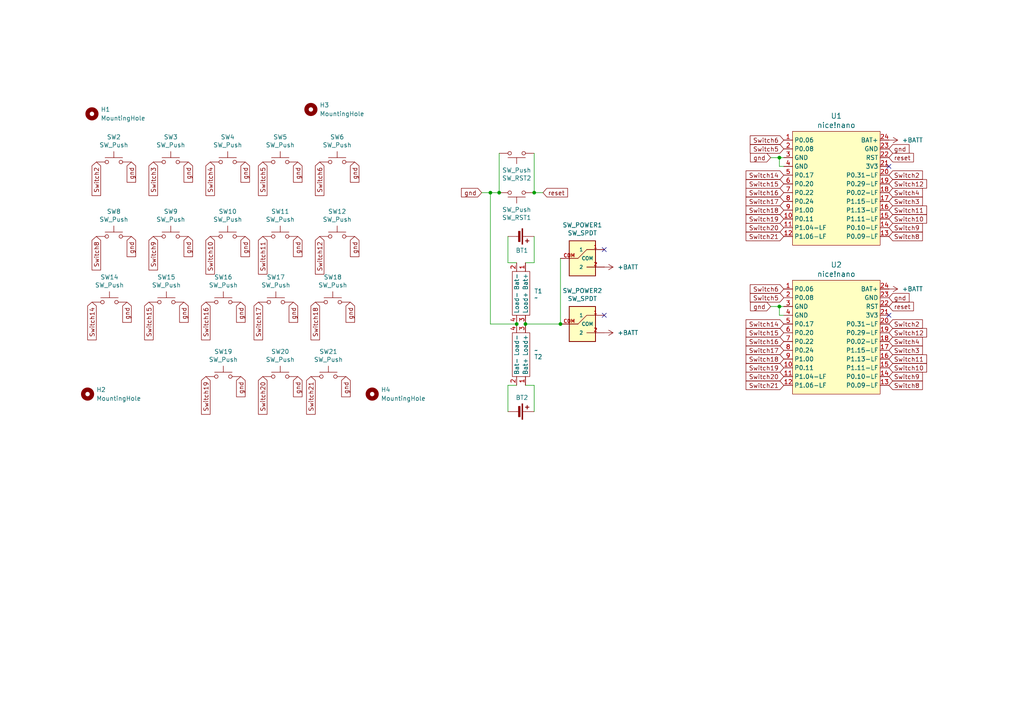
<source format=kicad_sch>
(kicad_sch (version 20231120) (generator "eeschema") (generator_version "8.0")
  (paper "A4")
  (title_block (title "Generic 34 Switch Split") (date "2021-03-10") (rev "0.2") (company "broomlabs"))
  (lib_symbols
    (symbol "Device:Battery_Cell" (pin_numbers hide) (pin_names (offset 0) hide)
      (property "Reference" "BT" (at 2.54 2.54 0))
      (property "Value" "Battery_Cell" (at 2.54 0 0))
      (symbol "Battery_Cell_0_1"
        (rectangle (start -2.286 1.778) (end 2.286 1.524) (fill (type outline)))
        (rectangle (start -1.524 1.016) (end 1.524 0.508) (fill (type outline)))
        (polyline (pts (xy 0 0.762) (xy 0 0)))
        (polyline (pts (xy 0 1.778) (xy 0 2.54)))
        (polyline (pts (xy 0.762 3.048) (xy 1.778 3.048)) (stroke (width 0.254)))
        (polyline (pts (xy 1.27 3.556) (xy 1.27 2.54)) (stroke (width 0.254)))
      )
      (symbol "Battery_Cell_1_1"
        (pin passive line (at 0 5.08 270) (length 2.54) (name "+") (number "1"))
        (pin passive line (at 0 -2.54 90) (length 2.54) (name "-") (number "2"))
      )
    )
    (symbol "Mechanical:MountingHole" (pin_names (offset 1.016)) (exclude_from_sim yes) (in_bom no)
      (property "Reference" "H" (at 0 5.08 0))
      (property "Value" "MountingHole" (at 0 3.175 0))
      (symbol "MountingHole_0_1"
        (circle (center 0 0) (radius 1.27) (stroke (width 1.27)))
      )
    )
    (symbol "Switch:SW_Push" (pin_numbers hide) (pin_names (offset 1.016) hide)
      (property "Reference" "SW" (at 1.27 2.54 0))
      (property "Value" "SW_Push" (at 0 -1.524 0))
      (symbol "SW_Push_0_1"
        (circle (center -2.032 0) (radius 0.508))
        (polyline (pts (xy 0 1.27) (xy 0 3.048)))
        (polyline (pts (xy 2.54 1.27) (xy -2.54 1.27)))
        (circle (center 2.032 0) (radius 0.508))
        (pin passive line (at -5.08 0 0) (length 2.54) (name "1") (number "1"))
        (pin passive line (at 5.08 0 180) (length 2.54) (name "2") (number "2"))
      )
    )
    (symbol "itsdmd:SK12D07VG4" (pin_names (offset 1.016))
      (property "Reference" "SW" (at 0 6.858 0))
      (property "Value" "SK12D07" (at -0.254 -6.35 0))
      (symbol "SK12D07VG4_0_0"
        (rectangle (start -3.81 6.35) (end 3.81 -3.81) (stroke (width 0.254)) (fill (type background)))
        (pin bidirectional line (at 6.35 3.81 180) (length 5.08) (name "1") (number "1"))
        (pin bidirectional line (at 6.35 -1.27 180) (length 5.08) (name "2") (number "2"))
        (pin bidirectional line (at -6.35 1.27 0) (length 5.08) (name "COM") (number "COM"))
      )
      (symbol "SK12D07VG4_1_0"
        (polyline (pts (xy 1.27 3.81) (xy -1.27 1.27)) (stroke (width 0.1524)))
      )
    )
    (symbol "itsdmd:TP4056_Module_Mini"
      (property "Reference" "T" (at 0 4.318 0))
      (symbol "TP4056_Module_Mini_0_1"
        (rectangle (start -6.35 2.54) (end 6.35 -2.54))
      )
      (symbol "TP4056_Module_Mini_1_1"
        (pin power_in line (at -8.89 1.27 0) (length 2.54) (name "Bat+") (number "1"))
        (pin power_in line (at -8.89 -1.27 0) (length 2.54) (name "Bat-") (number "2"))
        (pin output line (at 8.89 1.27 180) (length 2.54) (name "Load+") (number "3"))
        (pin output line (at 8.89 -1.27 180) (length 2.54) (name "Load-") (number "4"))
      )
    )
    (symbol "itsdmd:nice_nano" (in_bom no)
      (property "Reference" "U" (at -12.192 17.018 0))
      (property "Value" "nice_nano" (at 3.302 -19.558 0))
      (symbol "nice_nano_0_0"
        (pin bidirectional line (at -15.24 12.7 0) (length 2.54) (name "P0.06") (number "1"))
        (pin bidirectional line (at -15.24 -10.16 0) (length 2.54) (name "P0.11") (number "10"))
        (pin bidirectional line (at -15.24 -12.7 0) (length 2.54) (name "P1.04-LF") (number "11"))
        (pin bidirectional line (at -15.24 -15.24 0) (length 2.54) (name "P1.06-LF") (number "12"))
        (pin bidirectional line (at -15.24 10.16 0) (length 2.54) (name "P0.08") (number "2"))
        (pin power_out line (at -15.24 7.62 0) (length 2.54) (name "GND") (number "3"))
        (pin power_out line (at -15.24 5.08 0) (length 2.54) (name "GND") (number "4"))
        (pin bidirectional line (at -15.24 2.54 0) (length 2.54) (name "P0.17") (number "5"))
        (pin bidirectional line (at -15.24 0 0) (length 2.54) (name "P0.20") (number "6"))
        (pin bidirectional line (at -15.24 -2.54 0) (length 2.54) (name "P0.22") (number "7"))
        (pin bidirectional line (at -15.24 -5.08 0) (length 2.54) (name "P0.24") (number "8"))
        (pin bidirectional line (at -15.24 -7.62 0) (length 2.54) (name "P1.00") (number "9"))
      )
      (symbol "nice_nano_1_0"
        (pin bidirectional line (at 15.24 -15.24 180) (length 2.54) (name "P0.09-LF") (number "13"))
        (pin bidirectional line (at 15.24 -12.7 180) (length 2.54) (name "P0.10-LF") (number "14"))
        (pin bidirectional line (at 15.24 -10.16 180) (length 2.54) (name "P1.11-LF") (number "15"))
        (pin bidirectional line (at 15.24 -7.62 180) (length 2.54) (name "P1.13-LF") (number "16"))
        (pin bidirectional line (at 15.24 -5.08 180) (length 2.54) (name "P1.15-LF") (number "17"))
        (pin bidirectional line (at 15.24 -2.54 180) (length 2.54) (name "P0.02-LF") (number "18"))
        (pin bidirectional line (at 15.24 0 180) (length 2.54) (name "P0.29-LF") (number "19"))
        (pin bidirectional line (at 15.24 2.54 180) (length 2.54) (name "P0.31-LF") (number "20"))
        (pin power_out line (at 15.24 5.08 180) (length 2.54) (name "3V3") (number "21"))
        (pin bidirectional line (at 15.24 7.62 180) (length 2.54) (name "RST") (number "22"))
        (pin power_out line (at 15.24 10.16 180) (length 2.54) (name "GND") (number "23"))
        (pin power_out line (at 15.24 12.7 180) (length 2.54) (name "BAT+") (number "24"))
      )
      (symbol "nice_nano_1_1"
        (rectangle (start -12.7 15.24) (end 12.7 -17.78) (fill (type background)))
      )
    )
    (symbol "power:+BATT" (power) (pin_numbers hide) (pin_names (offset 0) hide)
      (property "Value" "+BATT" (at 0 3.556 0))
      (symbol "+BATT_0_1"
        (polyline (pts (xy -0.762 1.27) (xy 0 2.54)))
        (polyline (pts (xy 0 0) (xy 0 2.54)))
        (polyline (pts (xy 0 2.54) (xy 0.762 1.27)))
      )
      (symbol "+BATT_1_1"
        (pin power_in line (at 0 0 90) (length 0) (name "~") (number "1"))
      )
    )
  )
  (junction (at 162.56 93.98))
  (junction (at 144.78 55.88))
  (junction (at 226.06 45.72))
  (junction (at 154.94 55.88))
  (junction (at 149.86 93.98))
  (junction (at 226.06 88.9))
  (junction (at 152.4 93.98))
  (junction (at 142.24 55.88))
  (no_connect (at 257.81 48.26))
  (no_connect (at 175.26 91.44))
  (no_connect (at 175.26 72.39))
  (no_connect (at 257.81 91.44))
  (wire (pts (xy 147.32 68.58) (xy 147.32 76.2)))
  (wire (pts (xy 142.24 55.88) (xy 144.78 55.88)))
  (wire (pts (xy 226.06 91.44) (xy 226.06 88.9)))
  (wire (pts (xy 223.52 45.72) (xy 226.06 45.72)))
  (wire (pts (xy 142.24 93.98) (xy 149.86 93.98)))
  (wire (pts (xy 152.4 93.98) (xy 162.56 93.98)))
  (wire (pts (xy 226.06 45.72) (xy 227.33 45.72)))
  (wire (pts (xy 223.52 88.9) (xy 226.06 88.9)))
  (wire (pts (xy 142.24 55.88) (xy 142.24 93.98)))
  (wire (pts (xy 227.33 91.44) (xy 226.06 91.44)))
  (wire (pts (xy 147.32 76.2) (xy 149.86 76.2)))
  (wire (pts (xy 227.33 48.26) (xy 226.06 48.26)))
  (wire (pts (xy 154.94 76.2) (xy 152.4 76.2)))
  (wire (pts (xy 147.32 119.38) (xy 147.32 111.76)))
  (wire (pts (xy 144.78 44.45) (xy 144.78 55.88)))
  (wire (pts (xy 147.32 111.76) (xy 149.86 111.76)))
  (wire (pts (xy 139.7 55.88) (xy 142.24 55.88)))
  (wire (pts (xy 154.94 44.45) (xy 154.94 55.88)))
  (wire (pts (xy 226.06 88.9) (xy 227.33 88.9)))
  (wire (pts (xy 226.06 48.26) (xy 226.06 45.72)))
  (wire (pts (xy 154.94 68.58) (xy 154.94 76.2)))
  (wire (pts (xy 154.94 55.88) (xy 157.48 55.88)))
  (wire (pts (xy 162.56 93.98) (xy 162.56 74.93)))
  (wire (pts (xy 154.94 119.38) (xy 154.94 111.76)))
  (wire (pts (xy 154.94 111.76) (xy 152.4 111.76)))
  (global_label "Switch19" (shape input) (at 227.33 106.68 180) (property "Intersheetrefs" "${INTERSHEET_REFS}" (effects (hide yes))))
  (global_label "reset" (shape input) (at 257.81 88.9 0) (property "Intersheetrefs" "${INTERSHEET_REFS}" (effects (hide yes))))
  (global_label "gnd" (shape input) (at 54.61 46.99 270) (property "Intersheetrefs" "${INTERSHEET_REFS}" (effects (hide yes))))
  (global_label "gnd" (shape input) (at 71.12 68.58 270) (property "Intersheetrefs" "${INTERSHEET_REFS}" (effects (hide yes))))
  (global_label "Switch21" (shape input) (at 90.17 109.22 270) (property "Intersheetrefs" "${INTERSHEET_REFS}" (effects (hide yes))))
  (global_label "Switch20" (shape input) (at 227.33 109.22 180) (property "Intersheetrefs" "${INTERSHEET_REFS}" (effects (hide yes))))
  (global_label "gnd" (shape input) (at 69.85 109.22 270) (property "Intersheetrefs" "${INTERSHEET_REFS}" (effects (hide yes))))
  (global_label "gnd" (shape input) (at 100.33 109.22 270) (property "Intersheetrefs" "${INTERSHEET_REFS}" (effects (hide yes))))
  (global_label "Switch5" (shape input) (at 227.33 86.36 180) (property "Intersheetrefs" "${INTERSHEET_REFS}" (effects (hide yes))))
  (global_label "Switch17" (shape input) (at 74.93 87.63 270) (property "Intersheetrefs" "${INTERSHEET_REFS}" (effects (hide yes))))
  (global_label "Switch9" (shape input) (at 257.81 66.04 0) (property "Intersheetrefs" "${INTERSHEET_REFS}" (effects (hide yes))))
  (global_label "Switch17" (shape input) (at 227.33 58.42 180) (property "Intersheetrefs" "${INTERSHEET_REFS}" (effects (hide yes))))
  (global_label "Switch21" (shape input) (at 227.33 68.58 180) (property "Intersheetrefs" "${INTERSHEET_REFS}" (effects (hide yes))))
  (global_label "Switch18" (shape input) (at 227.33 60.96 180) (property "Intersheetrefs" "${INTERSHEET_REFS}" (effects (hide yes))))
  (global_label "Switch6" (shape input) (at 227.33 83.82 180) (property "Intersheetrefs" "${INTERSHEET_REFS}" (effects (hide yes))))
  (global_label "Switch16" (shape input) (at 227.33 99.06 180) (property "Intersheetrefs" "${INTERSHEET_REFS}" (effects (hide yes))))
  (global_label "gnd" (shape input) (at 257.81 43.18 0) (property "Intersheetrefs" "${INTERSHEET_REFS}" (effects (hide yes))))
  (global_label "Switch5" (shape input) (at 76.2 46.99 270) (property "Intersheetrefs" "${INTERSHEET_REFS}" (effects (hide yes))))
  (global_label "reset" (shape input) (at 157.48 55.88 0) (property "Intersheetrefs" "${INTERSHEET_REFS}" (effects (hide yes))))
  (global_label "gnd" (shape input) (at 101.6 87.63 270) (property "Intersheetrefs" "${INTERSHEET_REFS}" (effects (hide yes))))
  (global_label "Switch10" (shape input) (at 257.81 106.68 0) (property "Intersheetrefs" "${INTERSHEET_REFS}" (effects (hide yes))))
  (global_label "Switch14" (shape input) (at 227.33 50.8 180) (property "Intersheetrefs" "${INTERSHEET_REFS}" (effects (hide yes))))
  (global_label "Switch14" (shape input) (at 26.67 87.63 270) (property "Intersheetrefs" "${INTERSHEET_REFS}" (effects (hide yes))))
  (global_label "gnd" (shape input) (at 102.87 68.58 270) (property "Intersheetrefs" "${INTERSHEET_REFS}" (effects (hide yes))))
  (global_label "gnd" (shape input) (at 223.52 45.72 180) (property "Intersheetrefs" "${INTERSHEET_REFS}" (effects (hide yes))))
  (global_label "gnd" (shape input) (at 38.1 46.99 270) (property "Intersheetrefs" "${INTERSHEET_REFS}" (effects (hide yes))))
  (global_label "gnd" (shape input) (at 86.36 68.58 270) (property "Intersheetrefs" "${INTERSHEET_REFS}" (effects (hide yes))))
  (global_label "Switch9" (shape input) (at 257.81 109.22 0) (property "Intersheetrefs" "${INTERSHEET_REFS}" (effects (hide yes))))
  (global_label "Switch11" (shape input) (at 76.2 68.58 270) (property "Intersheetrefs" "${INTERSHEET_REFS}" (effects (hide yes))))
  (global_label "Switch19" (shape input) (at 227.33 63.5 180) (property "Intersheetrefs" "${INTERSHEET_REFS}" (effects (hide yes))))
  (global_label "gnd" (shape input) (at 86.36 109.22 270) (property "Intersheetrefs" "${INTERSHEET_REFS}" (effects (hide yes))))
  (global_label "Switch15" (shape input) (at 227.33 53.34 180) (property "Intersheetrefs" "${INTERSHEET_REFS}" (effects (hide yes))))
  (global_label "gnd" (shape input) (at 223.52 88.9 180) (property "Intersheetrefs" "${INTERSHEET_REFS}" (effects (hide yes))))
  (global_label "Switch16" (shape input) (at 227.33 55.88 180) (property "Intersheetrefs" "${INTERSHEET_REFS}" (effects (hide yes))))
  (global_label "gnd" (shape input) (at 102.87 46.99 270) (property "Intersheetrefs" "${INTERSHEET_REFS}" (effects (hide yes))))
  (global_label "gnd" (shape input) (at 38.1 68.58 270) (property "Intersheetrefs" "${INTERSHEET_REFS}" (effects (hide yes))))
  (global_label "gnd" (shape input) (at 86.36 46.99 270) (property "Intersheetrefs" "${INTERSHEET_REFS}" (effects (hide yes))))
  (global_label "Switch3" (shape input) (at 257.81 58.42 0) (property "Intersheetrefs" "${INTERSHEET_REFS}" (effects (hide yes))))
  (global_label "reset" (shape input) (at 257.81 45.72 0) (property "Intersheetrefs" "${INTERSHEET_REFS}" (effects (hide yes))))
  (global_label "gnd" (shape input) (at 85.09 87.63 270) (property "Intersheetrefs" "${INTERSHEET_REFS}" (effects (hide yes))))
  (global_label "Switch12" (shape input) (at 257.81 53.34 0) (property "Intersheetrefs" "${INTERSHEET_REFS}" (effects (hide yes))))
  (global_label "Switch3" (shape input) (at 44.45 46.99 270) (property "Intersheetrefs" "${INTERSHEET_REFS}" (effects (hide yes))))
  (global_label "gnd" (shape input) (at 54.61 68.58 270) (property "Intersheetrefs" "${INTERSHEET_REFS}" (effects (hide yes))))
  (global_label "Switch18" (shape input) (at 227.33 104.14 180) (property "Intersheetrefs" "${INTERSHEET_REFS}" (effects (hide yes))))
  (global_label "Switch11" (shape input) (at 257.81 60.96 0) (property "Intersheetrefs" "${INTERSHEET_REFS}" (effects (hide yes))))
  (global_label "Switch14" (shape input) (at 227.33 93.98 180) (property "Intersheetrefs" "${INTERSHEET_REFS}" (effects (hide yes))))
  (global_label "gnd" (shape input) (at 53.34 87.63 270) (property "Intersheetrefs" "${INTERSHEET_REFS}" (effects (hide yes))))
  (global_label "Switch16" (shape input) (at 59.69 87.63 270) (property "Intersheetrefs" "${INTERSHEET_REFS}" (effects (hide yes))))
  (global_label "Switch2" (shape input) (at 257.81 50.8 0) (property "Intersheetrefs" "${INTERSHEET_REFS}" (effects (hide yes))))
  (global_label "Switch20" (shape input) (at 76.2 109.22 270) (property "Intersheetrefs" "${INTERSHEET_REFS}" (effects (hide yes))))
  (global_label "gnd" (shape input) (at 257.81 86.36 0) (property "Intersheetrefs" "${INTERSHEET_REFS}" (effects (hide yes))))
  (global_label "gnd" (shape input) (at 71.12 46.99 270) (property "Intersheetrefs" "${INTERSHEET_REFS}" (effects (hide yes))))
  (global_label "Switch5" (shape input) (at 227.33 43.18 180) (property "Intersheetrefs" "${INTERSHEET_REFS}" (effects (hide yes))))
  (global_label "gnd" (shape input) (at 36.83 87.63 270) (property "Intersheetrefs" "${INTERSHEET_REFS}" (effects (hide yes))))
  (global_label "gnd" (shape input) (at 69.85 87.63 270) (property "Intersheetrefs" "${INTERSHEET_REFS}" (effects (hide yes))))
  (global_label "Switch2" (shape input) (at 257.81 93.98 0) (property "Intersheetrefs" "${INTERSHEET_REFS}" (effects (hide yes))))
  (global_label "Switch11" (shape input) (at 257.81 104.14 0) (property "Intersheetrefs" "${INTERSHEET_REFS}" (effects (hide yes))))
  (global_label "Switch10" (shape input) (at 60.96 68.58 270) (property "Intersheetrefs" "${INTERSHEET_REFS}" (effects (hide yes))))
  (global_label "Switch8" (shape input) (at 257.81 111.76 0) (property "Intersheetrefs" "${INTERSHEET_REFS}" (effects (hide yes))))
  (global_label "Switch6" (shape input) (at 92.71 46.99 270) (property "Intersheetrefs" "${INTERSHEET_REFS}" (effects (hide yes))))
  (global_label "Switch4" (shape input) (at 257.81 99.06 0) (property "Intersheetrefs" "${INTERSHEET_REFS}" (effects (hide yes))))
  (global_label "Switch2" (shape input) (at 27.94 46.99 270) (property "Intersheetrefs" "${INTERSHEET_REFS}" (effects (hide yes))))
  (global_label "Switch10" (shape input) (at 257.81 63.5 0) (property "Intersheetrefs" "${INTERSHEET_REFS}" (effects (hide yes))))
  (global_label "Switch12" (shape input) (at 257.81 96.52 0) (property "Intersheetrefs" "${INTERSHEET_REFS}" (effects (hide yes))))
  (global_label "Switch12" (shape input) (at 92.71 68.58 270) (property "Intersheetrefs" "${INTERSHEET_REFS}" (effects (hide yes))))
  (global_label "Switch8" (shape input) (at 27.94 68.58 270) (property "Intersheetrefs" "${INTERSHEET_REFS}" (effects (hide yes))))
  (global_label "Switch17" (shape input) (at 227.33 101.6 180) (property "Intersheetrefs" "${INTERSHEET_REFS}" (effects (hide yes))))
  (global_label "Switch15" (shape input) (at 227.33 96.52 180) (property "Intersheetrefs" "${INTERSHEET_REFS}" (effects (hide yes))))
  (global_label "Switch3" (shape input) (at 257.81 101.6 0) (property "Intersheetrefs" "${INTERSHEET_REFS}" (effects (hide yes))))
  (global_label "Switch15" (shape input) (at 43.18 87.63 270) (property "Intersheetrefs" "${INTERSHEET_REFS}" (effects (hide yes))))
  (global_label "Switch4" (shape input) (at 257.81 55.88 0) (property "Intersheetrefs" "${INTERSHEET_REFS}" (effects (hide yes))))
  (global_label "Switch9" (shape input) (at 44.45 68.58 270) (property "Intersheetrefs" "${INTERSHEET_REFS}" (effects (hide yes))))
  (global_label "Switch4" (shape input) (at 60.96 46.99 270) (property "Intersheetrefs" "${INTERSHEET_REFS}" (effects (hide yes))))
  (global_label "Switch21" (shape input) (at 227.33 111.76 180) (property "Intersheetrefs" "${INTERSHEET_REFS}" (effects (hide yes))))
  (global_label "Switch6" (shape input) (at 227.33 40.64 180) (property "Intersheetrefs" "${INTERSHEET_REFS}" (effects (hide yes))))
  (global_label "Switch20" (shape input) (at 227.33 66.04 180) (property "Intersheetrefs" "${INTERSHEET_REFS}" (effects (hide yes))))
  (global_label "Switch18" (shape input) (at 91.44 87.63 270) (property "Intersheetrefs" "${INTERSHEET_REFS}" (effects (hide yes))))
  (global_label "Switch8" (shape input) (at 257.81 68.58 0) (property "Intersheetrefs" "${INTERSHEET_REFS}" (effects (hide yes))))
  (global_label "gnd" (shape input) (at 139.7 55.88 180) (property "Intersheetrefs" "${INTERSHEET_REFS}" (effects (hide yes))))
  (global_label "Switch19" (shape input) (at 59.69 109.22 270) (property "Intersheetrefs" "${INTERSHEET_REFS}" (effects (hide yes))))
  (symbol (lib_id "itsdmd:nice_nano") (at 242.57 53.34 0) (unit 1) (in_bom no)
    (property "Reference" "U1" (at 242.57 33.6296 0) (effects (font (size 1.524 1.524))))
    (property "Value" "nice!nano" (at 242.57 36.322 0) (effects (font (size 1.524 1.524))))
    (property "Footprint" "itsdmd:MCB_nice-nano_flip" (effects (hide yes)))
    (property "Datasheet" "https://nicekeyboards.com/docs/nice-nano/pinout-schematic" (effects (hide yes)))
    (property "Description" "Symbol for an nicekeyboards nice!nano" (effects (hide yes)))
  )
  (symbol (lib_id "Switch:SW_Push") (at 33.02 46.99 0) (unit 1)
    (property "Reference" "SW2" (at 33.02 39.751 0))
    (property "Value" "SW_Push" (at 33.02 42.0624 0))
    (property "Footprint" "itsdmd:KS_Socket_Choc_optional_reversible" (effects (hide yes)))
  )
  (symbol (lib_id "Switch:SW_Push") (at 49.53 46.99 0) (unit 1)
    (property "Reference" "SW3" (at 49.53 39.751 0))
    (property "Value" "SW_Push" (at 49.53 42.0624 0))
    (property "Footprint" "itsdmd:KS_Socket_Choc_optional_reversible" (effects (hide yes)))
  )
  (symbol (lib_id "Switch:SW_Push") (at 66.04 46.99 0) (unit 1)
    (property "Reference" "SW4" (at 66.04 39.751 0))
    (property "Value" "SW_Push" (at 66.04 42.0624 0))
    (property "Footprint" "itsdmd:KS_Socket_Choc_optional_reversible" (effects (hide yes)))
  )
  (symbol (lib_id "Switch:SW_Push") (at 81.28 46.99 0) (unit 1)
    (property "Reference" "SW5" (at 81.28 39.751 0))
    (property "Value" "SW_Push" (at 81.28 42.0624 0))
    (property "Footprint" "itsdmd:KS_Socket_Choc_optional_reversible" (effects (hide yes)))
  )
  (symbol (lib_id "Switch:SW_Push") (at 97.79 46.99 0) (unit 1)
    (property "Reference" "SW6" (at 97.79 39.751 0))
    (property "Value" "SW_Push" (at 97.79 42.0624 0))
    (property "Footprint" "itsdmd:KS_Socket_Choc_optional_reversible" (effects (hide yes)))
  )
  (symbol (lib_id "Switch:SW_Push") (at 81.28 109.22 0) (unit 1)
    (property "Reference" "SW20" (at 81.28 101.981 0))
    (property "Value" "SW_Push" (at 81.28 104.2924 0))
    (property "Footprint" "itsdmd:KS_Socket_Choc_optional_reversible" (effects (hide yes)))
  )
  (symbol (lib_id "Switch:SW_Push") (at 95.25 109.22 0) (unit 1)
    (property "Reference" "SW21" (at 95.25 101.981 0))
    (property "Value" "SW_Push" (at 95.25 104.2924 0))
    (property "Footprint" "itsdmd:KS_Socket_Choc_optional_reversible" (effects (hide yes)))
  )
  (symbol (lib_id "Switch:SW_Push") (at 33.02 68.58 0) (unit 1)
    (property "Reference" "SW8" (at 33.02 61.341 0))
    (property "Value" "SW_Push" (at 33.02 63.6524 0))
    (property "Footprint" "itsdmd:KS_Socket_Choc_optional_reversible" (effects (hide yes)))
  )
  (symbol (lib_id "Switch:SW_Push") (at 49.53 68.58 0) (unit 1)
    (property "Reference" "SW9" (at 49.53 61.341 0))
    (property "Value" "SW_Push" (at 49.53 63.6524 0))
    (property "Footprint" "itsdmd:KS_Socket_Choc_optional_reversible" (effects (hide yes)))
  )
  (symbol (lib_id "Switch:SW_Push") (at 66.04 68.58 0) (unit 1)
    (property "Reference" "SW10" (at 66.04 61.341 0))
    (property "Value" "SW_Push" (at 66.04 63.6524 0))
    (property "Footprint" "itsdmd:KS_Socket_Choc_optional_reversible" (effects (hide yes)))
  )
  (symbol (lib_id "Switch:SW_Push") (at 81.28 68.58 0) (unit 1)
    (property "Reference" "SW11" (at 81.28 61.341 0))
    (property "Value" "SW_Push" (at 81.28 63.6524 0))
    (property "Footprint" "itsdmd:KS_Socket_Choc_optional_reversible" (effects (hide yes)))
  )
  (symbol (lib_id "Switch:SW_Push") (at 97.79 68.58 0) (unit 1)
    (property "Reference" "SW12" (at 97.79 61.341 0))
    (property "Value" "SW_Push" (at 97.79 63.6524 0))
    (property "Footprint" "itsdmd:KS_Socket_Choc_optional_reversible" (effects (hide yes)))
  )
  (symbol (lib_id "Switch:SW_Push") (at 31.75 87.63 0) (unit 1)
    (property "Reference" "SW14" (at 31.75 80.391 0))
    (property "Value" "SW_Push" (at 31.75 82.7024 0))
    (property "Footprint" "itsdmd:KS_Socket_Choc_optional_reversible" (effects (hide yes)))
  )
  (symbol (lib_id "Switch:SW_Push") (at 48.26 87.63 0) (unit 1)
    (property "Reference" "SW15" (at 48.26 80.391 0))
    (property "Value" "SW_Push" (at 48.26 82.7024 0))
    (property "Footprint" "itsdmd:KS_Socket_Choc_optional_reversible" (effects (hide yes)))
  )
  (symbol (lib_id "Switch:SW_Push") (at 64.77 87.63 0) (unit 1)
    (property "Reference" "SW16" (at 64.77 80.391 0))
    (property "Value" "SW_Push" (at 64.77 82.7024 0))
    (property "Footprint" "itsdmd:KS_Socket_Choc_optional_reversible" (effects (hide yes)))
  )
  (symbol (lib_id "Switch:SW_Push") (at 80.01 87.63 0) (unit 1)
    (property "Reference" "SW17" (at 80.01 80.391 0))
    (property "Value" "SW_Push" (at 80.01 82.7024 0))
    (property "Footprint" "itsdmd:KS_Socket_Choc_optional_reversible" (effects (hide yes)))
  )
  (symbol (lib_id "Switch:SW_Push") (at 96.52 87.63 0) (unit 1)
    (property "Reference" "SW18" (at 96.52 80.391 0))
    (property "Value" "SW_Push" (at 96.52 82.7024 0))
    (property "Footprint" "itsdmd:KS_Socket_Choc_optional_reversible" (effects (hide yes)))
  )
  (symbol (lib_id "Switch:SW_Push") (at 149.86 55.88 0) (mirror x) (unit 1)
    (property "Reference" "SW_RST1" (at 149.86 63.119 0))
    (property "Value" "SW_Push" (at 149.86 60.8076 0))
    (property "Footprint" "itsdmd:SW-T_SPST_TL3342" (effects (hide yes)))
  )
  (symbol (lib_id "itsdmd:SK12D07VG4") (at 168.91 76.2 0) (unit 1)
    (property "Reference" "SW_POWER1" (at 168.91 65.278 0))
    (property "Value" "SW_SPDT" (at 168.91 67.5894 0))
    (property "Footprint" "itsdmd:SW-S_MSK-12C02" (effects (hide yes)))
    (property "MF" "C&K" (effects (hide yes)))
    (property "Description_1" "\nSwitch Slide ON ON SPDT Side Slide 0.3A 30VDC PC Pins Bracket Mount/Through Hole Bulk\n" (effects (hide yes)))
    (property "SnapEDA_Link" "https://www.snapeda.com/parts/SK12D07VG4/C%2526K/view-part/?ref=snap" (effects (hide yes)))
    (property "MP" "SK12D07VG4" (effects (hide yes)))
  )
  (symbol (lib_id "Device:Battery_Cell") (at 149.86 68.58 270) (unit 1)
    (property "Reference" "BT1" (at 151.384 72.644 90))
    (property "Value" "B1" (effects (hide yes)))
    (property "Footprint" "itsdmd:Battery_Pads-dual-side" (effects (hide yes)))
    (property "Description" "Single-cell battery" (effects (hide yes)))
  )
  (symbol (lib_id "itsdmd:TP4056_Module_Mini") (at 151.13 85.09 270) (unit 1)
    (property "Reference" "T1" (at 154.94 84.4549 90) (effects (justify left)))
    (property "Value" "~" (at 154.94 86.36 90) (effects (justify left)))
    (property "Footprint" "itsdmd:Module_TP4056_Mini-SMD_Interface" (effects (hide yes)))
  )
  (symbol (lib_id "Mechanical:MountingHole") (at 25.4 114.3 0) (unit 1) (exclude_from_sim yes) (in_bom no)
    (property "Reference" "H2" (at 27.94 113.0299 0) (effects (justify left)))
    (property "Value" "MountingHole" (at 27.94 115.5699 0) (effects (justify left)))
    (property "Footprint" "itsdmd:MountingHole_2.2mm_M2" (effects (hide yes)))
    (property "Description" "Mounting Hole without connection" (effects (hide yes)))
  )
  (symbol (lib_id "Mechanical:MountingHole") (at 107.95 114.3 0) (unit 1) (exclude_from_sim yes) (in_bom no)
    (property "Reference" "H4" (at 110.49 113.0299 0) (effects (justify left)))
    (property "Value" "MountingHole" (at 110.49 115.5699 0) (effects (justify left)))
    (property "Footprint" "itsdmd:MountingHole_2.2mm_M2" (effects (hide yes)))
    (property "Description" "Mounting Hole without connection" (effects (hide yes)))
  )
  (symbol (lib_id "Device:Battery_Cell") (at 149.86 119.38 270) (mirror x) (unit 1)
    (property "Reference" "BT2" (at 151.384 115.316 90))
    (property "Value" "B1" (effects (hide yes)))
    (property "Footprint" "itsdmd:Battery_Pads-dual-side" (effects (hide yes)))
    (property "Description" "Single-cell battery" (effects (hide yes)))
  )
  (symbol (lib_id "Mechanical:MountingHole") (at 26.67 33.02 0) (unit 1) (exclude_from_sim yes) (in_bom no)
    (property "Reference" "H1" (at 29.21 31.7499 0) (effects (justify left)))
    (property "Value" "MountingHole" (at 29.21 34.2899 0) (effects (justify left)))
    (property "Footprint" "itsdmd:MountingHole_2.2mm_M2" (effects (hide yes)))
    (property "Description" "Mounting Hole without connection" (effects (hide yes)))
  )
  (symbol (lib_id "power:+BATT") (at 257.81 40.64 270) (unit 1)
    (property "Reference" "#PWR01" (effects (hide yes)))
    (property "Value" "+BATT" (at 261.62 40.6399 90) (effects (justify left)))
    (property "Description" "Power symbol creates a global label with name \"+BATT\"" (effects (hide yes)))
  )
  (symbol (lib_id "power:+BATT") (at 175.26 96.52 270) (unit 1)
    (property "Reference" "#PWR02" (effects (hide yes)))
    (property "Value" "+BATT" (at 179.07 96.5199 90) (effects (justify left)))
    (property "Description" "Power symbol creates a global label with name \"+BATT\"" (effects (hide yes)))
  )
  (symbol (lib_id "Switch:SW_Push") (at 64.77 109.22 0) (unit 1)
    (property "Reference" "SW19" (at 64.77 101.981 0))
    (property "Value" "SW_Push" (at 64.77 104.2924 0))
    (property "Footprint" "itsdmd:KS_Socket_Choc_optional_reversible" (effects (hide yes)))
  )
  (symbol (lib_id "power:+BATT") (at 175.26 77.47 270) (unit 1)
    (property "Reference" "#PWR07" (effects (hide yes)))
    (property "Value" "+BATT" (at 179.07 77.4699 90) (effects (justify left)))
    (property "Description" "Power symbol creates a global label with name \"+BATT\"" (effects (hide yes)))
  )
  (symbol (lib_id "itsdmd:SK12D07VG4") (at 168.91 95.25 0) (unit 1)
    (property "Reference" "SW_POWER2" (at 168.91 84.328 0))
    (property "Value" "SW_SPDT" (at 168.91 86.6394 0))
    (property "Footprint" "itsdmd:SW-S_MSK-12C02" (effects (hide yes)))
    (property "MF" "C&K" (effects (hide yes)))
    (property "Description_1" "\nSwitch Slide ON ON SPDT Side Slide 0.3A 30VDC PC Pins Bracket Mount/Through Hole Bulk\n" (effects (hide yes)))
    (property "SnapEDA_Link" "https://www.snapeda.com/parts/SK12D07VG4/C%2526K/view-part/?ref=snap" (effects (hide yes)))
    (property "MP" "SK12D07VG4" (effects (hide yes)))
  )
  (symbol (lib_id "itsdmd:TP4056_Module_Mini") (at 151.13 102.87 270) (mirror x) (unit 1)
    (property "Reference" "T2" (at 154.94 103.5051 90) (effects (justify left)))
    (property "Value" "~" (at 154.94 101.6 90) (effects (justify left)))
    (property "Footprint" "itsdmd:Module_TP4056_Mini-SMD_Interface" (effects (hide yes)))
  )
  (symbol (lib_id "itsdmd:nice_nano") (at 242.57 96.52 0) (unit 1) (in_bom no)
    (property "Reference" "U2" (at 242.57 76.8096 0) (effects (font (size 1.524 1.524))))
    (property "Value" "nice!nano" (at 242.57 79.502 0) (effects (font (size 1.524 1.524))))
    (property "Footprint" "itsdmd:MCB_nice-nano_flip" (effects (hide yes)))
    (property "Datasheet" "https://nicekeyboards.com/docs/nice-nano/pinout-schematic" (effects (hide yes)))
    (property "Description" "Symbol for an nicekeyboards nice!nano" (effects (hide yes)))
  )
  (symbol (lib_id "Switch:SW_Push") (at 149.86 44.45 0) (mirror x) (unit 1)
    (property "Reference" "SW_RST2" (at 149.86 51.689 0))
    (property "Value" "SW_Push" (at 149.86 49.3776 0))
    (property "Footprint" "itsdmd:SW-T_SPST_TL3342" (effects (hide yes)))
  )
  (symbol (lib_id "Mechanical:MountingHole") (at 90.17 31.75 0) (unit 1) (exclude_from_sim yes) (in_bom no)
    (property "Reference" "H3" (at 92.71 30.4799 0) (effects (justify left)))
    (property "Value" "MountingHole" (at 92.71 33.0199 0) (effects (justify left)))
    (property "Footprint" "itsdmd:MountingHole_2.2mm_M2" (effects (hide yes)))
    (property "Description" "Mounting Hole without connection" (effects (hide yes)))
  )
  (symbol (lib_id "power:+BATT") (at 257.81 83.82 270) (unit 1)
    (property "Reference" "#PWR06" (effects (hide yes)))
    (property "Value" "+BATT" (at 261.62 83.8199 90) (effects (justify left)))
    (property "Description" "Power symbol creates a global label with name \"+BATT\"" (effects (hide yes)))
  )
)
</source>
